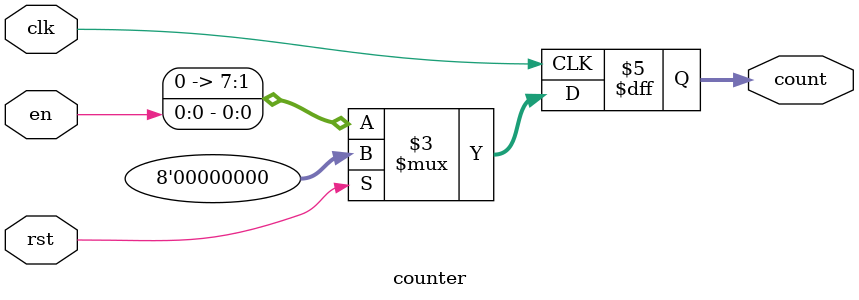
<source format=sv>
module counter #(
    parameter WIDTH = 8
)(
    // interface signals
    input logic              clk,
    input logic              rst,
    input logic              en,
    output logic [WIDTH-1:0] count
);

always_ff @( posedge clk ) 
    if(rst) count <= {WIDTH{1'b0}};
    else    count <= {{WIDTH-1{1'b0}}, en};

endmodule

</source>
